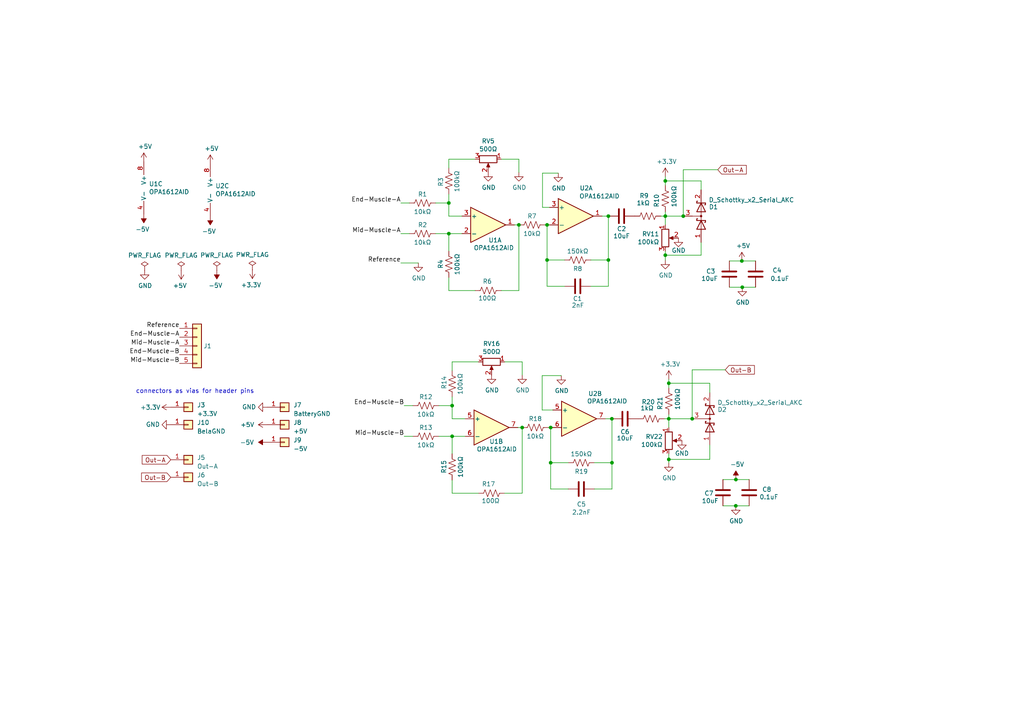
<source format=kicad_sch>
(kicad_sch (version 20230121) (generator eeschema)
  (paper "A4")
  (title_block (title "VoxEMG Vocal sEMG Sensor (v3.1.2)") (date "2023-07-13") (rev "3.1.2"))
  (lib_symbols
    (symbol "Amplifier_Operational:OPA1612AxD" (pin_names (offset 0.127))
      (property "Reference" "U" (at 0 5.08 0))
      (property "Value" "OPA1612AxD" (at 0 -5.08 0))
      (symbol "OPA1612AxD_1_1"
        (polyline (pts (xy -5.08 5.08) (xy 5.08 0) (xy -5.08 -5.08) (xy -5.08 5.08)) (stroke (width 0.254)) (fill (type background)))
        (pin output line (at 7.62 0 180) (length 2.54) (name "~") (number "1"))
        (pin input line (at -7.62 -2.54 0) (length 2.54) (name "-") (number "2"))
        (pin input line (at -7.62 2.54 0) (length 2.54) (name "+") (number "3"))
      )
      (symbol "OPA1612AxD_2_1"
        (polyline (pts (xy -5.08 5.08) (xy 5.08 0) (xy -5.08 -5.08) (xy -5.08 5.08)) (stroke (width 0.254)) (fill (type background)))
        (pin input line (at -7.62 2.54 0) (length 2.54) (name "+") (number "5"))
        (pin input line (at -7.62 -2.54 0) (length 2.54) (name "-") (number "6"))
        (pin output line (at 7.62 0 180) (length 2.54) (name "~") (number "7"))
      )
      (symbol "OPA1612AxD_3_1"
        (pin power_in line (at -2.54 -7.62 90) (length 3.81) (name "V-") (number "4"))
        (pin power_in line (at -2.54 7.62 270) (length 3.81) (name "V+") (number "8"))
      )
    )
    (symbol "Connector_Generic:Conn_01x01" (pin_names (offset 1.016) hide)
      (property "Reference" "J" (at 0 2.54 0))
      (property "Value" "Conn_01x01" (at 0 -2.54 0))
      (symbol "Conn_01x01_1_1"
        (rectangle (start -1.27 0.127) (end 0 -0.127) (stroke (width 0.1524)))
        (rectangle (start -1.27 1.27) (end 1.27 -1.27) (stroke (width 0.254)) (fill (type background)))
        (pin passive line (at -5.08 0 0) (length 3.81) (name "Pin_1") (number "1"))
      )
    )
    (symbol "Connector_Generic:Conn_01x05" (pin_names (offset 1.016) hide)
      (property "Reference" "J" (at 0 7.62 0))
      (property "Value" "Conn_01x05" (at 0 -7.62 0))
      (symbol "Conn_01x05_1_1"
        (rectangle (start -1.27 -4.953) (end 0 -5.207) (stroke (width 0.1524)))
        (rectangle (start -1.27 -2.413) (end 0 -2.667) (stroke (width 0.1524)))
        (rectangle (start -1.27 0.127) (end 0 -0.127) (stroke (width 0.1524)))
        (rectangle (start -1.27 2.667) (end 0 2.413) (stroke (width 0.1524)))
        (rectangle (start -1.27 5.207) (end 0 4.953) (stroke (width 0.1524)))
        (rectangle (start -1.27 6.35) (end 1.27 -6.35) (stroke (width 0.254)) (fill (type background)))
        (pin passive line (at -5.08 5.08 0) (length 3.81) (name "Pin_1") (number "1"))
        (pin passive line (at -5.08 2.54 0) (length 3.81) (name "Pin_2") (number "2"))
        (pin passive line (at -5.08 0 0) (length 3.81) (name "Pin_3") (number "3"))
        (pin passive line (at -5.08 -2.54 0) (length 3.81) (name "Pin_4") (number "4"))
        (pin passive line (at -5.08 -5.08 0) (length 3.81) (name "Pin_5") (number "5"))
      )
    )
    (symbol "Device:C" (pin_numbers hide) (pin_names (offset 0.254))
      (property "Reference" "C" (at 0.635 2.54 0))
      (property "Value" "C" (at 0.635 -2.54 0))
      (symbol "C_0_1"
        (polyline (pts (xy -2.032 -0.762) (xy 2.032 -0.762)) (stroke (width 0.508)))
        (polyline (pts (xy -2.032 0.762) (xy 2.032 0.762)) (stroke (width 0.508)))
      )
      (symbol "C_1_1"
        (pin passive line (at 0 3.81 270) (length 2.794) (name "~") (number "1"))
        (pin passive line (at 0 -3.81 90) (length 2.794) (name "~") (number "2"))
      )
    )
    (symbol "Device:D_Schottky_Dual_Series_AKC" (pin_names (offset 0.762) hide)
      (property "Reference" "D" (at 1.27 -2.54 0))
      (property "Value" "D_Schottky_Dual_Series_AKC" (at 0 2.54 0))
      (symbol "D_Schottky_Dual_Series_AKC_0_1"
        (polyline (pts (xy -3.81 0) (xy 3.81 0)))
        (polyline (pts (xy 0 0) (xy 0 -2.54)))
        (polyline (pts (xy 6.35 0) (xy 7.62 0)))
        (polyline (pts (xy -1.27 -1.27) (xy -1.27 1.27) (xy -1.27 1.27)) (stroke (width 0.254)))
        (polyline (pts (xy 3.81 1.27) (xy 3.81 -1.27) (xy 3.81 -1.27)) (stroke (width 0.254)))
        (polyline (pts (xy -1.27 -1.27) (xy -0.762 -1.27) (xy -0.762 -1.016) (xy -0.762 -1.016)) (stroke (width 0.254)))
        (polyline (pts (xy 3.81 -1.27) (xy 4.318 -1.27) (xy 4.318 -1.016) (xy 4.318 -1.016)) (stroke (width 0.254)))
        (polyline (pts (xy 3.81 1.27) (xy 3.302 1.27) (xy 3.302 1.016) (xy 3.302 1.016)) (stroke (width 0.254)))
        (polyline (pts (xy -1.778 1.016) (xy -1.778 1.27) (xy -1.27 1.27) (xy -1.27 1.27) (xy -1.27 1.27)) (stroke (width 0.254)))
        (polyline (pts (xy -3.81 1.27) (xy -1.27 0) (xy -3.81 -1.27) (xy -3.81 1.27) (xy -3.81 1.27) (xy -3.81 1.27)) (stroke (width 0.254)))
        (polyline (pts (xy 1.27 1.27) (xy 3.81 0) (xy 1.27 -1.27) (xy 1.27 1.27) (xy 1.27 1.27) (xy 1.27 1.27)) (stroke (width 0.254)))
        (circle (center 0 0) (radius 0.254) (fill (type outline)))
        (pin passive line (at -7.62 0 0) (length 3.81) (name "A") (number "1"))
        (pin passive line (at 7.62 0 180) (length 3.81) (name "K") (number "2"))
        (pin passive line (at 0 -5.08 90) (length 2.54) (name "common") (number "3"))
      )
    )
    (symbol "Device:R_Potentiometer" (pin_names (offset 1.016) hide)
      (property "Reference" "RV" (at -4.445 0 90))
      (property "Value" "R_Potentiometer" (at -2.54 0 90))
      (symbol "R_Potentiometer_0_1"
        (polyline (pts (xy 2.54 0) (xy 1.524 0)))
        (polyline (pts (xy 1.143 0) (xy 2.286 0.508) (xy 2.286 -0.508) (xy 1.143 0)) (fill (type outline)))
        (rectangle (start 1.016 2.54) (end -1.016 -2.54) (stroke (width 0.254)))
      )
      (symbol "R_Potentiometer_1_1"
        (pin passive line (at 0 3.81 270) (length 1.27) (name "1") (number "1"))
        (pin passive line (at 3.81 0 180) (length 1.27) (name "2") (number "2"))
        (pin passive line (at 0 -3.81 90) (length 1.27) (name "3") (number "3"))
      )
    )
    (symbol "Device:R_US" (pin_numbers hide) (pin_names (offset 0))
      (property "Reference" "R" (at 2.54 0 90))
      (property "Value" "R_US" (at -2.54 0 90))
      (symbol "R_US_0_1"
        (polyline (pts (xy 0 -2.286) (xy 0 -2.54)))
        (polyline (pts (xy 0 2.286) (xy 0 2.54)))
        (polyline (pts (xy 0 -0.762) (xy 1.016 -1.143) (xy 0 -1.524) (xy -1.016 -1.905) (xy 0 -2.286)))
        (polyline (pts (xy 0 0.762) (xy 1.016 0.381) (xy 0 0) (xy -1.016 -0.381) (xy 0 -0.762)))
        (polyline (pts (xy 0 2.286) (xy 1.016 1.905) (xy 0 1.524) (xy -1.016 1.143) (xy 0 0.762)))
      )
      (symbol "R_US_1_1"
        (pin passive line (at 0 3.81 270) (length 1.27) (name "~") (number "1"))
        (pin passive line (at 0 -3.81 90) (length 1.27) (name "~") (number "2"))
      )
    )
    (symbol "power:+3.3V" (power) (pin_names (offset 0))
      (property "Value" "+3.3V" (at 0 3.556 0))
      (symbol "+3.3V_0_1"
        (polyline (pts (xy -0.762 1.27) (xy 0 2.54)))
        (polyline (pts (xy 0 0) (xy 0 2.54)))
        (polyline (pts (xy 0 2.54) (xy 0.762 1.27)))
      )
      (symbol "+3.3V_1_1"
        (pin power_in line (at 0 0 90) (length 0) hide (name "+3.3V") (number "1"))
      )
    )
    (symbol "power:+5V" (power) (pin_names (offset 0))
      (property "Value" "+5V" (at 0 3.556 0))
      (symbol "+5V_0_1"
        (polyline (pts (xy -0.762 1.27) (xy 0 2.54)))
        (polyline (pts (xy 0 0) (xy 0 2.54)))
        (polyline (pts (xy 0 2.54) (xy 0.762 1.27)))
      )
      (symbol "+5V_1_1"
        (pin power_in line (at 0 0 90) (length 0) hide (name "+5V") (number "1"))
      )
    )
    (symbol "power:-5V" (power) (pin_names (offset 0))
      (property "Value" "-5V" (at 0 3.81 0))
      (symbol "-5V_0_0"
        (pin power_in line (at 0 0 90) (length 0) hide (name "-5V") (number "1"))
      )
      (symbol "-5V_0_1"
        (polyline (pts (xy 0 0) (xy 0 1.27) (xy 0.762 1.27) (xy 0 2.54) (xy -0.762 1.27) (xy 0 1.27)) (fill (type outline)))
      )
    )
    (symbol "power:GND" (power) (pin_names (offset 0))
      (property "Value" "GND" (at 0 -3.81 0))
      (symbol "GND_0_1"
        (polyline (pts (xy 0 0) (xy 0 -1.27) (xy 1.27 -1.27) (xy 0 -2.54) (xy -1.27 -1.27) (xy 0 -1.27)))
      )
      (symbol "GND_1_1"
        (pin power_in line (at 0 0 270) (length 0) hide (name "GND") (number "1"))
      )
    )
    (symbol "power:PWR_FLAG" (power) (pin_numbers hide) (pin_names (offset 0) hide)
      (property "Value" "PWR_FLAG" (at 0 3.81 0))
      (symbol "PWR_FLAG_0_0"
        (pin power_out line (at 0 0 90) (length 0) (name "pwr") (number "1"))
      )
      (symbol "PWR_FLAG_0_1"
        (polyline (pts (xy 0 0) (xy 0 1.27) (xy -1.016 1.905) (xy 0 2.54) (xy 1.016 1.905) (xy 0 1.27)))
      )
    )
  )
  (junction (at 192.9638 74.0156))
  (junction (at 215.1634 75.692))
  (junction (at 177.4952 134.2136))
  (junction (at 131.1402 117.6528))
  (junction (at 213.4108 146.7104))
  (junction (at 158.6738 65.2272))
  (junction (at 192.9638 52.4764))
  (junction (at 159.7152 124.0028))
  (junction (at 215.2904 83.312))
  (junction (at 176.4538 75.4126))
  (junction (at 192.9638 62.6872))
  (junction (at 130.175 67.7672))
  (junction (at 176.4538 62.6872))
  (junction (at 198.1708 62.6872))
  (junction (at 177.4698 121.4628))
  (junction (at 150.495 65.2272))
  (junction (at 193.9798 133.2484))
  (junction (at 131.1402 126.5428))
  (junction (at 158.6738 75.4126))
  (junction (at 193.9798 111.1504))
  (junction (at 200.7616 121.4628))
  (junction (at 213.4362 139.0904))
  (junction (at 159.7152 134.2136))
  (junction (at 151.4602 124.0028))
  (junction (at 193.9798 121.4628))
  (junction (at 130.175 58.8772))
  (wire (pts (xy 158.6738 65.2272) (xy 159.385 65.2272)))
  (wire (pts (xy 177.4952 141.8336) (xy 172.4152 141.8336)))
  (wire (pts (xy 158.115 65.2272) (xy 158.6738 65.2272)))
  (wire (pts (xy 130.175 67.7672) (xy 130.175 72.8472)))
  (wire (pts (xy 131.1402 126.5428) (xy 131.1402 131.6228)))
  (wire (pts (xy 149.225 65.2272) (xy 150.495 65.2272)))
  (wire (pts (xy 145.415 84.2772) (xy 150.495 84.2772)))
  (wire (pts (xy 211.5312 75.692) (xy 215.1634 75.692)))
  (wire (pts (xy 116.2558 76.2762) (xy 121.3358 76.2762)))
  (wire (pts (xy 192.7098 121.4628) (xy 193.9798 121.4628)))
  (wire (pts (xy 159.7152 141.8336) (xy 159.7152 134.2136)))
  (wire (pts (xy 157.2514 108.9406) (xy 162.7886 108.9406)))
  (wire (pts (xy 146.3802 143.0528) (xy 151.4602 143.0528)))
  (wire (pts (xy 193.9798 121.4628) (xy 193.9798 124.0028)))
  (wire (pts (xy 150.495 46.1772) (xy 150.495 49.9872)))
  (wire (pts (xy 116.2558 67.7672) (xy 118.745 67.7672)))
  (wire (pts (xy 215.2904 83.312) (xy 219.1512 83.312)))
  (wire (pts (xy 198.1708 49.2252) (xy 198.1708 62.6872)))
  (wire (pts (xy 177.4952 121.4628) (xy 177.4952 134.2136)))
  (wire (pts (xy 131.1402 126.5428) (xy 134.9502 126.5428)))
  (wire (pts (xy 127.3302 126.5428) (xy 131.1402 126.5428)))
  (wire (pts (xy 209.677 139.0904) (xy 213.4362 139.0904)))
  (wire (pts (xy 175.5902 121.4628) (xy 177.4698 121.4628)))
  (wire (pts (xy 151.4602 104.9528) (xy 151.4602 108.7628)))
  (wire (pts (xy 131.1402 117.6528) (xy 131.1402 121.4628)))
  (wire (pts (xy 163.7538 75.4126) (xy 158.6738 75.4126)))
  (wire (pts (xy 200.7616 107.2642) (xy 210.3374 107.2642)))
  (wire (pts (xy 160.3502 118.9228) (xy 157.2514 118.9228)))
  (wire (pts (xy 131.1402 117.6528) (xy 131.1402 115.1128)))
  (wire (pts (xy 131.1402 107.4928) (xy 131.1402 104.9528)))
  (wire (pts (xy 193.9798 111.1504) (xy 205.867 111.1504)))
  (wire (pts (xy 193.9798 121.4628) (xy 200.7616 121.4628)))
  (wire (pts (xy 146.3802 104.9528) (xy 151.4602 104.9528)))
  (wire (pts (xy 192.9638 51.2572) (xy 192.9638 52.4764)))
  (wire (pts (xy 130.175 62.6872) (xy 133.985 62.6872)))
  (wire (pts (xy 203.3524 74.0156) (xy 203.3524 70.3072)))
  (wire (pts (xy 200.7616 121.4628) (xy 200.787 121.4628)))
  (wire (pts (xy 158.6738 75.4126) (xy 158.6738 65.2272)))
  (wire (pts (xy 209.677 146.7104) (xy 213.4108 146.7104)))
  (wire (pts (xy 192.9638 72.8472) (xy 192.9638 74.0156)))
  (wire (pts (xy 130.175 84.2772) (xy 137.795 84.2772)))
  (wire (pts (xy 193.9798 111.1504) (xy 193.9798 112.5728)))
  (wire (pts (xy 116.2558 58.8772) (xy 118.745 58.8772)))
  (wire (pts (xy 177.4952 134.2136) (xy 172.4152 134.2136)))
  (wire (pts (xy 193.9798 120.1928) (xy 193.9798 121.4628)))
  (wire (pts (xy 150.1902 124.0028) (xy 151.4602 124.0028)))
  (wire (pts (xy 200.7616 107.2642) (xy 200.7616 121.4628)))
  (wire (pts (xy 157.353 50.2158) (xy 161.925 50.2158)))
  (wire (pts (xy 150.495 84.2772) (xy 150.495 65.2272)))
  (wire (pts (xy 130.175 48.7172) (xy 130.175 46.1772)))
  (wire (pts (xy 159.7152 134.2136) (xy 159.7152 124.0028)))
  (wire (pts (xy 131.1402 139.2428) (xy 131.1402 143.0528)))
  (wire (pts (xy 193.9798 131.6228) (xy 193.9798 133.2484)))
  (wire (pts (xy 193.9798 133.2484) (xy 193.9798 134.239)))
  (wire (pts (xy 213.4108 146.7104) (xy 217.297 146.7104)))
  (wire (pts (xy 176.4538 83.0326) (xy 171.3738 83.0326)))
  (wire (pts (xy 192.9638 52.4764) (xy 192.9638 53.7972)))
  (wire (pts (xy 117.221 117.6528) (xy 119.7102 117.6528)))
  (wire (pts (xy 130.175 58.8772) (xy 130.175 56.3372)))
  (wire (pts (xy 151.4602 143.0528) (xy 151.4602 124.0028)))
  (wire (pts (xy 131.1402 143.0528) (xy 138.7602 143.0528)))
  (wire (pts (xy 198.1708 62.6872) (xy 198.2724 62.6872)))
  (wire (pts (xy 191.6938 62.6872) (xy 192.9638 62.6872)))
  (wire (pts (xy 192.9638 52.4764) (xy 203.3524 52.4764)))
  (wire (pts (xy 158.6738 83.0326) (xy 158.6738 75.4126)))
  (wire (pts (xy 192.9638 61.4172) (xy 192.9638 62.6872)))
  (wire (pts (xy 213.4362 139.0904) (xy 217.297 139.0904)))
  (wire (pts (xy 127.3302 117.6528) (xy 131.1402 117.6528)))
  (wire (pts (xy 157.353 60.1472) (xy 157.353 50.2158)))
  (wire (pts (xy 131.1402 104.9528) (xy 138.7602 104.9528)))
  (wire (pts (xy 215.1634 75.692) (xy 219.1512 75.692)))
  (wire (pts (xy 176.4538 75.4126) (xy 171.3738 75.4126)))
  (wire (pts (xy 126.365 58.8772) (xy 130.175 58.8772)))
  (wire (pts (xy 192.9638 74.0156) (xy 192.9638 75.4634)))
  (wire (pts (xy 164.7952 134.2136) (xy 159.7152 134.2136)))
  (wire (pts (xy 131.1402 121.4628) (xy 134.9502 121.4628)))
  (wire (pts (xy 198.1708 49.2252) (xy 208.1784 49.2252)))
  (wire (pts (xy 177.4952 134.2136) (xy 177.4952 141.8336)))
  (wire (pts (xy 117.221 126.5428) (xy 119.7102 126.5428)))
  (wire (pts (xy 159.385 60.1472) (xy 157.353 60.1472)))
  (wire (pts (xy 205.867 111.1504) (xy 205.867 113.8428)))
  (wire (pts (xy 157.2514 118.9228) (xy 157.2514 108.9406)))
  (wire (pts (xy 130.175 58.8772) (xy 130.175 62.6872)))
  (wire (pts (xy 145.415 46.1772) (xy 150.495 46.1772)))
  (wire (pts (xy 130.175 80.4672) (xy 130.175 84.2772)))
  (wire (pts (xy 193.9798 110.0328) (xy 193.9798 111.1504)))
  (wire (pts (xy 176.4538 62.6872) (xy 176.4538 75.4126)))
  (wire (pts (xy 159.7152 124.0028) (xy 160.3502 124.0028)))
  (wire (pts (xy 205.867 133.2484) (xy 205.867 129.0828)))
  (wire (pts (xy 211.5312 83.312) (xy 215.2904 83.312)))
  (wire (pts (xy 163.7538 83.0326) (xy 158.6738 83.0326)))
  (wire (pts (xy 174.625 62.6872) (xy 176.4538 62.6872)))
  (wire (pts (xy 130.175 67.7672) (xy 133.985 67.7672)))
  (wire (pts (xy 159.0802 124.0028) (xy 159.7152 124.0028)))
  (wire (pts (xy 177.4698 121.4628) (xy 177.4952 121.4628)))
  (wire (pts (xy 192.9638 62.6872) (xy 198.1708 62.6872)))
  (wire (pts (xy 193.9798 133.2484) (xy 205.867 133.2484)))
  (wire (pts (xy 192.9638 74.0156) (xy 203.3524 74.0156)))
  (wire (pts (xy 192.9638 62.6872) (xy 192.9638 65.2272)))
  (wire (pts (xy 203.3524 55.0672) (xy 203.3524 52.4764)))
  (wire (pts (xy 130.175 46.1772) (xy 137.795 46.1772)))
  (wire (pts (xy 126.365 67.7672) (xy 130.175 67.7672)))
  (wire (pts (xy 176.4538 75.4126) (xy 176.4538 83.0326)))
  (wire (pts (xy 164.7952 141.8336) (xy 159.7152 141.8336)))
  (text "connectors as vias for header pins" (at 39.37 114.3 0) (effects (font (size 1.27 1.27)) (justify left bottom)))
  (label "End-Muscle-A" (at 116.2558 58.8772 180))
  (label "End-Muscle-B" (at 117.221 117.6528 180))
  (label "End-Muscle-A" (at 52.07 97.79 180))
  (label "Reference" (at 52.07 95.25 180))
  (label "End-Muscle-B" (at 52.07 102.87 180))
  (label "Mid-Muscle-A" (at 116.2558 67.7672 180))
  (label "Mid-Muscle-A" (at 52.07 100.33 180))
  (label "Mid-Muscle-B" (at 117.221 126.5428 180))
  (label "Mid-Muscle-B" (at 52.07 105.41 180))
  (label "Reference" (at 116.2558 76.2762 180))
  (global_label "Out-B" (shape input) (at 49.53 138.43 180) (property "Intersheetrefs" "${INTERSHEET_REFS}" (effects hide)))
  (global_label "Out-A" (shape input) (at 208.1784 49.2252 0) (property "Intersheetrefs" "${INTERSHEET_REFS}" (effects hide)))
  (global_label "Out-A" (shape input) (at 49.53 133.35 180) (property "Intersheetrefs" "${INTERSHEET_REFS}" (effects hide)))
  (global_label "Out-B" (shape input) (at 210.3374 107.2642 0) (property "Intersheetrefs" "${INTERSHEET_REFS}" (effects hide)))
  (symbol (lib_id "Device:R_US") (at 154.305 65.2272 270) (unit 1)
    (property "Reference" "R7" (at 154.305 62.6872 90))
    (property "Value" "10kΩ" (at 154.305 67.7672 90))
    (property "Footprint" "Resistor_SMD:R_0402_1005Metric" (effects hide))
  )
  (symbol (lib_id "Device:R_US") (at 167.5638 75.4126 90) (unit 1)
    (property "Reference" "R8" (at 167.5638 77.9526 90))
    (property "Value" "150kΩ" (at 167.5638 72.8726 90))
    (property "Footprint" "Resistor_SMD:R_0402_1005Metric" (effects hide))
  )
  (symbol (lib_id "Device:R_US") (at 192.9638 57.6072 0) (unit 1)
    (property "Reference" "R10" (at 190.4238 60.1472 90) (effects (justify left)))
    (property "Value" "100kΩ" (at 195.5038 60.1472 90) (effects (justify left)))
    (property "Footprint" "Resistor_SMD:R_0402_1005Metric" (effects hide))
  )
  (symbol (lib_id "Device:R_US") (at 130.175 52.5272 180) (unit 1)
    (property "Reference" "R3" (at 127.8382 54.1274 90) (effects (justify right)))
    (property "Value" "100kΩ" (at 132.5372 55.753 90) (effects (justify right)))
    (property "Footprint" "Resistor_SMD:R_0402_1005Metric" (effects hide))
  )
  (symbol (lib_id "Device:R_US") (at 122.555 58.8772 270) (unit 1)
    (property "Reference" "R1" (at 122.555 56.3372 90))
    (property "Value" "10kΩ" (at 122.555 61.4172 90))
    (property "Footprint" "Resistor_SMD:R_0402_1005Metric" (effects hide))
  )
  (symbol (lib_id "Device:R_US") (at 122.555 67.7672 270) (unit 1)
    (property "Reference" "R2" (at 122.555 65.2272 90))
    (property "Value" "10kΩ" (at 122.555 70.3072 90))
    (property "Footprint" "Resistor_SMD:R_0402_1005Metric" (effects hide))
  )
  (symbol (lib_id "Device:R_US") (at 130.175 76.6572 180) (unit 1)
    (property "Reference" "R4" (at 127.7874 76.6064 90))
    (property "Value" "100kΩ" (at 132.6134 76.6572 90))
    (property "Footprint" "Resistor_SMD:R_0402_1005Metric" (effects hide))
  )
  (symbol (lib_id "Device:C") (at 167.5638 83.0326 90) (unit 1)
    (property "Reference" "C1" (at 167.513 86.614 90))
    (property "Value" "2nF" (at 167.6146 88.5698 90))
    (property "Footprint" "Capacitor_SMD:C_0402_1005Metric" (effects hide))
  )
  (symbol (lib_id "Device:C") (at 219.1512 79.502 180) (unit 1)
    (property "Reference" "C4" (at 224.028 78.4098 0) (effects (justify right)))
    (property "Value" "0.1uF" (at 223.4438 80.7974 0) (effects (justify right)))
    (property "Footprint" "Capacitor_SMD:C_0402_1005Metric" (effects hide))
  )
  (symbol (lib_id "Device:R_US") (at 187.8838 62.6872 90) (unit 1)
    (property "Reference" "R9" (at 186.817 56.7944 90))
    (property "Value" "1kΩ" (at 186.563 58.8772 90))
    (property "Footprint" "Resistor_SMD:R_0402_1005Metric" (effects hide))
  )
  (symbol (lib_id "power:GND") (at 121.3358 76.2762 0) (unit 1)
    (property "Reference" "#PWR0101" (effects hide))
    (property "Value" "GND" (at 121.4628 80.6704 0))
  )
  (symbol (lib_id "power:GND") (at 161.925 50.2158 0) (unit 1)
    (property "Reference" "#PWR0105" (effects hide))
    (property "Value" "GND" (at 162.052 54.61 0))
  )
  (symbol (lib_id "power:GND") (at 215.2904 83.312 0) (unit 1)
    (property "Reference" "#PWR0104" (effects hide))
    (property "Value" "GND" (at 215.4174 87.7062 0))
  )
  (symbol (lib_id "power:GND") (at 150.495 49.9872 0) (unit 1)
    (property "Reference" "#PWR0103" (effects hide))
    (property "Value" "GND" (at 150.622 54.3814 0))
  )
  (symbol (lib_id "Device:R_US") (at 141.605 84.2772 270) (unit 1)
    (property "Reference" "R6" (at 142.6972 81.6102 90) (effects (justify right)))
    (property "Value" "100Ω" (at 143.9926 86.487 90) (effects (justify right)))
    (property "Footprint" "Resistor_SMD:R_0402_1005Metric" (effects hide))
  )
  (symbol (lib_id "power:GND") (at 192.9638 75.4634 0) (unit 1)
    (property "Reference" "#PWR0102" (effects hide))
    (property "Value" "GND" (at 193.0908 79.8576 0))
  )
  (symbol (lib_id "Amplifier_Operational:OPA1612AxD") (at 141.605 65.2272 0) (unit 1)
    (property "Reference" "U1" (at 143.5862 69.6722 0))
    (property "Value" "OPA1612AID" (at 143.2306 71.882 0))
    (property "Footprint" "OPA1612AID:OPA1612AID" (effects hide))
    (property "Datasheet" "http://www.ti.com/lit/ds/symlink/opa1612.pdf" (effects hide))
  )
  (symbol (lib_id "Amplifier_Operational:OPA1612AxD") (at 142.5702 124.0028 0) (unit 2)
    (property "Reference" "U1" (at 143.9418 128.0414 0))
    (property "Value" "OPA1612AID" (at 144.0942 130.2766 0))
    (property "Footprint" "OPA1612AID:OPA1612AID" (effects hide))
    (property "Datasheet" "http://www.ti.com/lit/ds/symlink/opa1612.pdf" (effects hide))
  )
  (symbol (lib_id "Amplifier_Operational:OPA1612AxD") (at 44.2468 54.5084 0) (unit 3)
    (property "Reference" "U1" (at 43.18 53.34 0) (effects (justify left)))
    (property "Value" "OPA1612AID" (at 43.18 55.6514 0) (effects (justify left)))
    (property "Footprint" "OPA1612AID:OPA1612AID" (effects hide))
    (property "Datasheet" "http://www.ti.com/lit/ds/symlink/opa1612.pdf" (effects hide))
  )
  (symbol (lib_id "Amplifier_Operational:OPA1612AxD") (at 167.005 62.6872 0) (unit 1)
    (property "Reference" "U2" (at 170.0276 54.5592 0))
    (property "Value" "OPA1612AID" (at 173.863 56.896 0))
    (property "Footprint" "OPA1612AID:OPA1612AID" (effects hide))
    (property "Datasheet" "http://www.ti.com/lit/ds/symlink/opa1612.pdf" (effects hide))
  )
  (symbol (lib_id "Amplifier_Operational:OPA1612AxD") (at 167.9702 121.4628 0) (unit 2)
    (property "Reference" "U2" (at 172.6184 114.173 0))
    (property "Value" "OPA1612AID" (at 176.0982 116.3574 0))
    (property "Footprint" "OPA1612AID:OPA1612AID" (effects hide))
    (property "Datasheet" "http://www.ti.com/lit/ds/symlink/opa1612.pdf" (effects hide))
  )
  (symbol (lib_id "Amplifier_Operational:OPA1612AxD") (at 63.5254 55.0926 0) (unit 3)
    (property "Reference" "U2" (at 62.4586 53.9242 0) (effects (justify left)))
    (property "Value" "OPA1612AID" (at 62.4586 56.2356 0) (effects (justify left)))
    (property "Footprint" "OPA1612AID:OPA1612AID" (effects hide))
    (property "Datasheet" "http://www.ti.com/lit/ds/symlink/opa1612.pdf" (effects hide))
  )
  (symbol (lib_id "power:GND") (at 41.9608 78.4606 0) (unit 1)
    (property "Reference" "#PWR0106" (effects hide))
    (property "Value" "GND" (at 42.0878 82.8548 0))
  )
  (symbol (lib_id "power:+3.3V") (at 192.9638 51.2572 0) (unit 1)
    (property "Reference" "#PWR0107" (effects hide))
    (property "Value" "+3.3V" (at 193.3448 46.863 0))
  )
  (symbol (lib_id "power:PWR_FLAG") (at 41.9608 78.4606 0) (unit 1)
    (property "Reference" "#FLG0101" (effects hide))
    (property "Value" "PWR_FLAG" (at 41.9608 74.0664 0))
  )
  (symbol (lib_id "Device:R_US") (at 142.5702 143.0528 270) (unit 1)
    (property "Reference" "R17" (at 143.6624 140.3858 90) (effects (justify right)))
    (property "Value" "100Ω" (at 144.9578 145.2626 90) (effects (justify right)))
    (property "Footprint" "Resistor_SMD:R_0402_1005Metric" (effects hide))
  )
  (symbol (lib_id "Device:R_US") (at 131.1402 111.3028 180) (unit 1)
    (property "Reference" "R14" (at 128.8034 112.903 90) (effects (justify right)))
    (property "Value" "100kΩ" (at 133.5024 114.5286 90) (effects (justify right)))
    (property "Footprint" "Resistor_SMD:R_0402_1005Metric" (effects hide))
  )
  (symbol (lib_id "Device:R_US") (at 131.1402 135.4328 180) (unit 1)
    (property "Reference" "R15" (at 128.7526 135.382 90))
    (property "Value" "100kΩ" (at 133.5786 135.4328 90))
    (property "Footprint" "Resistor_SMD:R_0402_1005Metric" (effects hide))
  )
  (symbol (lib_id "power:GND") (at 151.4602 108.7628 0) (unit 1)
    (property "Reference" "#PWR0113" (effects hide))
    (property "Value" "GND" (at 151.5872 113.157 0))
  )
  (symbol (lib_id "power:GND") (at 213.4108 146.7104 0) (unit 1)
    (property "Reference" "#PWR0114" (effects hide))
    (property "Value" "GND" (at 213.5378 151.1046 0))
  )
  (symbol (lib_id "Device:C") (at 217.297 142.9004 180) (unit 1)
    (property "Reference" "C8" (at 221.0562 141.9606 0) (effects (justify right)))
    (property "Value" "0.1uF" (at 220.2688 144.145 0) (effects (justify right)))
    (property "Footprint" "Capacitor_SMD:C_0402_1005Metric" (effects hide))
  )
  (symbol (lib_id "power:GND") (at 162.7886 108.9406 0) (unit 1)
    (property "Reference" "#PWR0115" (effects hide))
    (property "Value" "GND" (at 162.9156 113.3348 0))
  )
  (symbol (lib_id "Device:R_US") (at 168.6052 134.2136 90) (unit 1)
    (property "Reference" "R19" (at 168.6052 136.7536 90))
    (property "Value" "150kΩ" (at 168.6052 131.6736 90))
    (property "Footprint" "Resistor_SMD:R_0402_1005Metric" (effects hide))
  )
  (symbol (lib_id "Device:C") (at 168.6052 141.8336 90) (unit 1)
    (property "Reference" "C5" (at 168.6306 146.2532 90))
    (property "Value" "2.2nF" (at 168.6306 148.59 90))
    (property "Footprint" "Capacitor_SMD:C_0402_1005Metric" (effects hide))
  )
  (symbol (lib_id "Device:R_US") (at 123.5202 117.6528 270) (unit 1)
    (property "Reference" "R12" (at 123.5202 115.1128 90))
    (property "Value" "10kΩ" (at 123.5202 120.1928 90))
    (property "Footprint" "Resistor_SMD:R_0402_1005Metric" (effects hide))
  )
  (symbol (lib_id "Device:R_US") (at 193.9798 116.3828 0) (unit 1)
    (property "Reference" "R21" (at 191.4398 118.9228 90) (effects (justify left)))
    (property "Value" "100kΩ" (at 196.5198 118.9228 90) (effects (justify left)))
    (property "Footprint" "Resistor_SMD:R_0402_1005Metric" (effects hide))
  )
  (symbol (lib_id "Device:R_US") (at 188.8998 121.4628 90) (unit 1)
    (property "Reference" "R20" (at 188.0362 116.586 90))
    (property "Value" "1kΩ" (at 187.6806 118.364 90))
    (property "Footprint" "Resistor_SMD:R_0402_1005Metric" (effects hide))
  )
  (symbol (lib_id "Device:R_US") (at 155.2702 124.0028 270) (unit 1)
    (property "Reference" "R18" (at 155.2702 121.4628 90))
    (property "Value" "10kΩ" (at 155.2702 126.5428 90))
    (property "Footprint" "Resistor_SMD:R_0402_1005Metric" (effects hide))
  )
  (symbol (lib_id "Device:R_US") (at 123.5202 126.5428 270) (unit 1)
    (property "Reference" "R13" (at 123.5202 124.0028 90))
    (property "Value" "10kΩ" (at 123.5202 129.0828 90))
    (property "Footprint" "Resistor_SMD:R_0402_1005Metric" (effects hide))
  )
  (symbol (lib_id "power:+3.3V") (at 193.9798 110.0328 0) (unit 1)
    (property "Reference" "#PWR0116" (effects hide))
    (property "Value" "+3.3V" (at 194.3608 105.6386 0))
  )
  (symbol (lib_id "power:-5V") (at 213.4362 139.0904 0) (unit 1)
    (property "Reference" "#PWR0129" (effects hide))
    (property "Value" "-5V" (at 213.8172 134.6962 0))
  )
  (symbol (lib_id "power:+5V") (at 52.5526 78.4606 180) (unit 1)
    (property "Reference" "#PWR0108" (effects hide))
    (property "Value" "+5V" (at 52.1716 82.8548 0))
  )
  (symbol (lib_id "power:-5V") (at 62.8904 78.4098 180) (unit 1)
    (property "Reference" "#PWR0109" (effects hide))
    (property "Value" "-5V" (at 62.5094 82.804 0))
  )
  (symbol (lib_id "power:PWR_FLAG") (at 52.5526 78.4606 0) (unit 1)
    (property "Reference" "#FLG0102" (effects hide))
    (property "Value" "PWR_FLAG" (at 52.5526 74.0664 0))
  )
  (symbol (lib_id "power:PWR_FLAG") (at 62.8904 78.4098 0) (unit 1)
    (property "Reference" "#FLG0103" (effects hide))
    (property "Value" "PWR_FLAG" (at 62.8904 74.0156 0))
  )
  (symbol (lib_id "power:-5V") (at 60.9854 62.7126 180) (unit 1)
    (property "Reference" "#PWR0110" (effects hide))
    (property "Value" "-5V" (at 60.6044 67.1068 0))
  )
  (symbol (lib_id "power:-5V") (at 41.7068 62.1284 180) (unit 1)
    (property "Reference" "#PWR0111" (effects hide))
    (property "Value" "-5V" (at 41.3258 66.5226 0))
  )
  (symbol (lib_id "power:+5V") (at 41.7068 46.8884 0) (unit 1)
    (property "Reference" "#PWR0117" (effects hide))
    (property "Value" "+5V" (at 42.0878 42.4942 0))
  )
  (symbol (lib_id "power:+5V") (at 60.9854 47.4726 0) (unit 1)
    (property "Reference" "#PWR0118" (effects hide))
    (property "Value" "+5V" (at 61.3664 43.0784 0))
  )
  (symbol (lib_id "Connector_Generic:Conn_01x05") (at 57.15 100.33 0) (unit 1)
    (property "Reference" "J1" (at 59.0042 100.3554 0) (effects (justify left)))
    (property "Value" "Conn_01x03_Female" (effects hide))
    (property "Footprint" "Connector_Molex:Molex_KK-254_AE-6410-05A_1x05_P2.54mm_Vertical" (effects hide))
  )
  (symbol (lib_id "power:+5V") (at 215.1634 75.692 0) (unit 1)
    (property "Reference" "#PWR0130" (effects hide))
    (property "Value" "+5V" (at 215.5444 71.2978 0))
  )
  (symbol (lib_id "power:+3.3V") (at 49.53 118.11 90) (unit 1)
    (property "Reference" "#PWR0124" (effects hide))
    (property "Value" "+3.3V" (at 43.6118 118.1608 90))
  )
  (symbol (lib_id "power:GND") (at 49.53 123.19 270) (unit 1)
    (property "Reference" "#PWR0125" (effects hide))
    (property "Value" "GND" (at 44.3484 123.1138 90))
  )
  (symbol (lib_id "power:GND") (at 77.47 118.11 270) (unit 1)
    (property "Reference" "#PWR0126" (effects hide))
    (property "Value" "GND" (at 72.2376 118.0338 90))
  )
  (symbol (lib_id "power:+5V") (at 77.47 123.19 90) (unit 1)
    (property "Reference" "#PWR0127" (effects hide))
    (property "Value" "+5V" (at 73.787 123.19 90) (effects (justify left)))
  )
  (symbol (lib_id "power:-5V") (at 77.47 128.27 90) (unit 1)
    (property "Reference" "#PWR0128" (effects hide))
    (property "Value" "-5V" (at 73.6854 128.3208 90) (effects (justify left)))
  )
  (symbol (lib_id "Device:C") (at 181.2798 121.4628 270) (unit 1)
    (property "Reference" "C6" (at 181.2798 125.2474 90))
    (property "Value" "10uF" (at 181.2798 127.1016 90))
    (property "Footprint" "Capacitor_SMD:C_0402_1005Metric" (effects hide))
  )
  (symbol (lib_id "Device:C") (at 209.677 142.9004 180) (unit 1)
    (property "Reference" "C7" (at 205.6384 143.0782 0))
    (property "Value" "10uF" (at 205.9686 145.2626 0))
    (property "Footprint" "Capacitor_SMD:C_0402_1005Metric" (effects hide))
  )
  (symbol (lib_id "Device:C") (at 180.2638 62.6872 270) (unit 1)
    (property "Reference" "C2" (at 180.2892 66.3702 90))
    (property "Value" "10uF" (at 180.2892 68.453 90))
    (property "Footprint" "Capacitor_SMD:C_0402_1005Metric" (effects hide))
  )
  (symbol (lib_id "Device:R_Potentiometer") (at 141.605 46.1772 270) (unit 1)
    (property "Reference" "RV5" (at 141.605 40.9194 90))
    (property "Value" "500Ω" (at 141.605 43.2308 90))
    (property "Footprint" "Potentiometer_SMD:Potentiometer_Bourns_3314J_Vertical" (effects hide))
  )
  (symbol (lib_id "Device:C") (at 211.5312 79.502 0) (unit 1)
    (property "Reference" "C3" (at 206.1464 78.6892 0))
    (property "Value" "10uF" (at 205.8162 80.7974 0))
    (property "Footprint" "Capacitor_SMD:C_0402_1005Metric" (effects hide))
  )
  (symbol (lib_id "Device:R_Potentiometer") (at 192.9638 69.0372 0) (unit 1)
    (property "Reference" "RV11" (at 191.2112 67.8688 0) (effects (justify right)))
    (property "Value" "100kΩ" (at 191.2112 70.1802 0) (effects (justify right)))
    (property "Footprint" "Potentiometer_SMD:Potentiometer_Bourns_3314J_Vertical" (effects hide))
  )
  (symbol (lib_id "Device:R_Potentiometer") (at 142.5702 104.9528 270) (unit 1)
    (property "Reference" "RV16" (at 142.5702 99.695 90))
    (property "Value" "500Ω" (at 142.5702 102.0064 90))
    (property "Footprint" "Potentiometer_SMD:Potentiometer_Bourns_3314J_Vertical" (effects hide))
  )
  (symbol (lib_id "Device:R_Potentiometer") (at 193.9798 127.8128 0) (unit 1)
    (property "Reference" "RV22" (at 192.2272 126.6444 0) (effects (justify right)))
    (property "Value" "100kΩ" (at 192.2272 128.9558 0) (effects (justify right)))
    (property "Footprint" "Potentiometer_SMD:Potentiometer_Bourns_3314J_Vertical" (effects hide))
  )
  (symbol (lib_id "Device:D_Schottky_Dual_Series_AKC") (at 203.3524 62.6872 270) (mirror x) (unit 1)
    (property "Reference" "D1" (at 205.5876 60.0202 90) (effects (justify left)))
    (property "Value" "D_Schottky_x2_Serial_AKC" (at 205.5622 57.9882 90) (effects (justify left)))
    (property "Footprint" "BAS4004W:BAS40-04W" (effects hide))
  )
  (symbol (lib_id "power:GND") (at 142.5702 108.7628 0) (unit 1)
    (property "Reference" "#PWR0119" (effects hide))
    (property "Value" "GND" (at 142.6972 113.157 0))
  )
  (symbol (lib_id "power:GND") (at 197.7898 127.8128 0) (unit 1)
    (property "Reference" "#PWR0120" (effects hide))
    (property "Value" "GND" (at 197.7898 131.4958 0))
  )
  (symbol (lib_id "power:GND") (at 196.7738 69.0372 0) (unit 1)
    (property "Reference" "#PWR0121" (effects hide))
    (property "Value" "GND" (at 196.8246 72.644 0))
  )
  (symbol (lib_id "power:GND") (at 141.605 49.9872 0) (unit 1)
    (property "Reference" "#PWR0122" (effects hide))
    (property "Value" "GND" (at 141.732 54.3814 0))
  )
  (symbol (lib_id "power:PWR_FLAG") (at 73.2028 78.2574 0) (unit 1)
    (property "Reference" "#FLG0104" (effects hide))
    (property "Value" "PWR_FLAG" (at 73.2028 73.8632 0))
  )
  (symbol (lib_id "power:+3.3V") (at 73.2028 78.2574 180) (unit 1)
    (property "Reference" "#PWR0123" (effects hide))
    (property "Value" "+3.3V" (at 72.8218 82.6516 0))
  )
  (symbol (lib_id "Device:D_Schottky_Dual_Series_AKC") (at 205.867 121.4628 270) (mirror x) (unit 1)
    (property "Reference" "D2" (at 208.1022 118.7958 90) (effects (justify left)))
    (property "Value" "D_Schottky_x2_Serial_AKC" (at 208.0768 116.7638 90) (effects (justify left)))
    (property "Footprint" "BAS4004W:BAS40-04W" (effects hide))
  )
  (symbol (lib_id "power:GND") (at 193.9798 134.239 0) (unit 1)
    (property "Reference" "#PWR0112" (effects hide))
    (property "Value" "GND" (at 194.1068 138.6332 0))
  )
  (symbol (lib_id "Connector_Generic:Conn_01x01") (at 54.61 133.35 0) (unit 1)
    (property "Reference" "J5" (at 57.15 132.715 0) (effects (justify left)))
    (property "Value" "Out-A" (at 57.15 135.255 0) (effects (justify left)))
    (property "Footprint" "Connector_PinHeader_2.00mm:PinHeader_1x01_P2.00mm_Vertical" (effects hide))
  )
  (symbol (lib_id "Connector_Generic:Conn_01x01") (at 54.61 123.19 0) (unit 1)
    (property "Reference" "J10" (at 57.15 122.555 0) (effects (justify left)))
    (property "Value" "BelaGND" (at 57.15 125.095 0) (effects (justify left)))
    (property "Footprint" "Connector_PinHeader_2.00mm:PinHeader_1x01_P2.00mm_Vertical" (effects hide))
  )
  (symbol (lib_id "Connector_Generic:Conn_01x01") (at 82.55 123.19 0) (unit 1)
    (property "Reference" "J8" (at 85.09 122.555 0) (effects (justify left)))
    (property "Value" "+5V" (at 85.09 125.095 0) (effects (justify left)))
    (property "Footprint" "Connector_PinHeader_2.00mm:PinHeader_1x01_P2.00mm_Vertical" (effects hide))
  )
  (symbol (lib_id "Connector_Generic:Conn_01x01") (at 54.61 118.11 0) (unit 1)
    (property "Reference" "J3" (at 57.15 117.475 0) (effects (justify left)))
    (property "Value" "+3.3V" (at 57.15 120.015 0) (effects (justify left)))
    (property "Footprint" "Connector_PinHeader_2.00mm:PinHeader_1x01_P2.00mm_Vertical" (effects hide))
  )
  (symbol (lib_id "Connector_Generic:Conn_01x01") (at 54.61 138.43 0) (unit 1)
    (property "Reference" "J6" (at 57.15 137.795 0) (effects (justify left)))
    (property "Value" "Out-B" (at 57.15 140.335 0) (effects (justify left)))
    (property "Footprint" "Connector_PinHeader_2.00mm:PinHeader_1x01_P2.00mm_Vertical" (effects hide))
  )
  (symbol (lib_id "Connector_Generic:Conn_01x01") (at 82.55 128.27 0) (unit 1)
    (property "Reference" "J9" (at 85.09 127.635 0) (effects (justify left)))
    (property "Value" "-5V" (at 85.09 130.175 0) (effects (justify left)))
    (property "Footprint" "Connector_PinHeader_2.00mm:PinHeader_1x01_P2.00mm_Vertical" (effects hide))
  )
  (symbol (lib_id "Connector_Generic:Conn_01x01") (at 82.55 118.11 0) (unit 1)
    (property "Reference" "J7" (at 85.09 117.475 0) (effects (justify left)))
    (property "Value" "BatteryGND" (at 85.09 120.015 0) (effects (justify left)))
    (property "Footprint" "Connector_PinHeader_2.00mm:PinHeader_1x01_P2.00mm_Vertical" (effects hide))
  )
)
</source>
